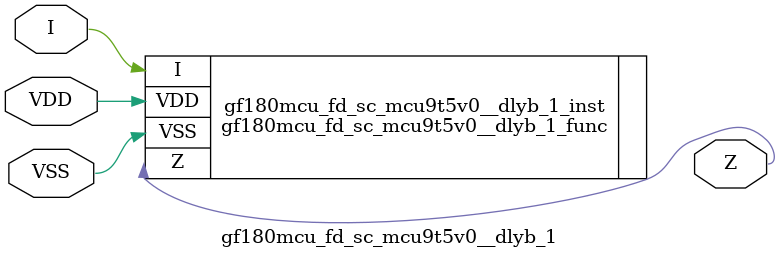
<source format=v>

module gf180mcu_fd_sc_mcu9t5v0__dlyb_1( I, Z, VDD, VSS );
input I;
inout VDD, VSS;
output Z;

   `ifdef FUNCTIONAL  //  functional //

	gf180mcu_fd_sc_mcu9t5v0__dlyb_1_func gf180mcu_fd_sc_mcu9t5v0__dlyb_1_behav_inst(.I(I),.Z(Z),.VDD(VDD),.VSS(VSS));

   `else

	gf180mcu_fd_sc_mcu9t5v0__dlyb_1_func gf180mcu_fd_sc_mcu9t5v0__dlyb_1_inst(.I(I),.Z(Z),.VDD(VDD),.VSS(VSS));

	// spec_gates_begin


	// spec_gates_end



   specify

	// specify_block_begin

	// comb arc I --> Z
	 (I => Z) = (1.0,1.0);

	// specify_block_end

   endspecify

   `endif

endmodule

</source>
